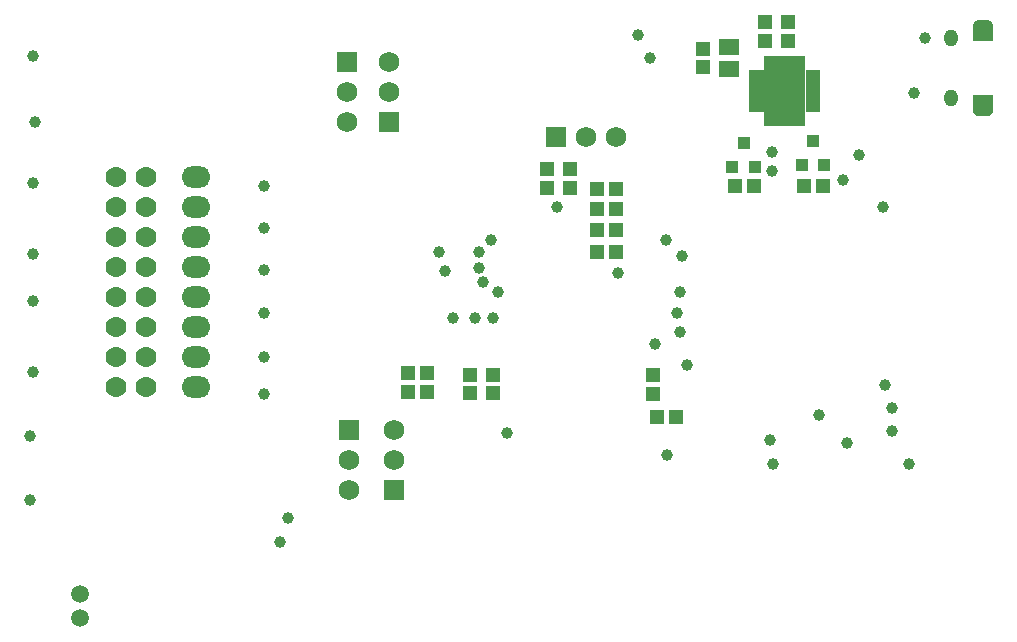
<source format=gbs>
G04*
G04 #@! TF.GenerationSoftware,Altium Limited,Altium Designer,22.11.1 (43)*
G04*
G04 Layer_Color=8388619*
%FSLAX44Y44*%
%MOMM*%
G71*
G04*
G04 #@! TF.SameCoordinates,C851D113-A8C7-42F9-9C4B-FB2C255A0ABB*
G04*
G04*
G04 #@! TF.FilePolarity,Negative*
G04*
G01*
G75*
%ADD46R,1.1532X1.1532*%
%ADD49R,1.1532X1.1532*%
%ADD51R,1.2032X1.1532*%
%ADD61R,1.6532X1.3532*%
%ADD67C,1.5032*%
%ADD68C,1.7532*%
%ADD69R,1.7532X1.7532*%
%ADD70O,1.1532X1.4532*%
%ADD71R,1.7532X1.7532*%
%ADD72C,1.7732*%
%ADD73O,2.4532X1.8032*%
%ADD74C,1.0032*%
%ADD75C,0.7032*%
%ADD100R,1.0032X1.1032*%
%ADD101R,3.5532X3.5532*%
%ADD102R,1.1532X0.5032*%
%ADD103R,0.5032X1.1532*%
G36*
X1021289Y1373331D02*
X1021289D01*
X1021975Y1373274D01*
X1021975D01*
X1022107Y1373254D01*
X1022780Y1373107D01*
X1022780D01*
X1022908Y1373071D01*
X1023557Y1372838D01*
X1023610Y1372814D01*
X1023679Y1372784D01*
X1024291Y1372469D01*
X1024291Y1372469D01*
X1024405Y1372400D01*
X1024971Y1372007D01*
X1024971Y1372007D01*
X1025076Y1371924D01*
X1025585Y1371461D01*
X1025678Y1371365D01*
X1026123Y1370839D01*
X1026123Y1370839D01*
X1026202Y1370732D01*
X1026574Y1370152D01*
X1026639Y1370036D01*
X1026639Y1370036D01*
X1026933Y1369412D01*
X1026981Y1369288D01*
X1027191Y1368632D01*
X1027223Y1368503D01*
X1027346Y1367825D01*
X1027361Y1367693D01*
Y1367693D01*
D01*
X1027377Y1367348D01*
X1027377Y1367324D01*
X1027378Y1367300D01*
Y1355850D01*
X1027370Y1355717D01*
X1027344Y1355587D01*
X1027301Y1355460D01*
X1027242Y1355341D01*
X1027168Y1355230D01*
X1027080Y1355130D01*
X1026980Y1355042D01*
X1026869Y1354968D01*
X1026750Y1354909D01*
X1026624Y1354866D01*
X1026493Y1354841D01*
X1026360Y1354832D01*
X1010860D01*
X1010727Y1354841D01*
X1010596Y1354866D01*
X1010470Y1354909D01*
X1010351Y1354968D01*
X1010240Y1355042D01*
X1010140Y1355130D01*
X1010052Y1355230D01*
X1009978Y1355341D01*
X1009919Y1355460D01*
X1009876Y1355587D01*
X1009851Y1355717D01*
X1009842Y1355850D01*
X1009842Y1367300D01*
X1009843Y1367324D01*
X1009843Y1367348D01*
X1009859Y1367693D01*
X1009873Y1367810D01*
X1009874Y1367825D01*
X1009997Y1368503D01*
X1010029Y1368632D01*
X1010239Y1369288D01*
X1010287Y1369412D01*
X1010581Y1370036D01*
X1010581Y1370036D01*
X1010646Y1370152D01*
X1011018Y1370732D01*
X1011097Y1370839D01*
X1011097Y1370839D01*
X1011542Y1371365D01*
X1011635Y1371461D01*
D01*
X1011635Y1371461D01*
X1012144Y1371924D01*
X1012166Y1371941D01*
X1012249Y1372007D01*
X1012815Y1372400D01*
X1012858Y1372426D01*
X1012929Y1372469D01*
X1013541Y1372784D01*
X1013626Y1372822D01*
X1013663Y1372838D01*
X1014311Y1373071D01*
X1014312Y1373071D01*
X1014411Y1373099D01*
X1014440Y1373107D01*
X1014440D01*
X1015113Y1373254D01*
X1015245Y1373274D01*
X1015245D01*
X1015931Y1373331D01*
X1016064Y1373333D01*
D01*
X1016064D01*
X1016064D01*
X1016384Y1373318D01*
X1020836Y1373318D01*
X1021156Y1373333D01*
X1021289Y1373331D01*
D02*
G37*
G36*
X1026493Y1309759D02*
X1026624Y1309733D01*
X1026750Y1309691D01*
X1026869Y1309632D01*
X1026980Y1309558D01*
X1027080Y1309470D01*
X1027168Y1309370D01*
X1027242Y1309259D01*
X1027301Y1309140D01*
X1027344Y1309014D01*
X1027370Y1308883D01*
X1027378Y1308750D01*
X1027378Y1297300D01*
X1027377Y1297276D01*
X1027377Y1297252D01*
X1027361Y1296908D01*
X1027347Y1296790D01*
X1027346Y1296775D01*
X1027223Y1296097D01*
X1027191Y1295968D01*
X1026981Y1295312D01*
X1026933Y1295188D01*
X1026639Y1294565D01*
X1026639Y1294564D01*
X1026574Y1294448D01*
X1026202Y1293868D01*
X1026123Y1293761D01*
X1026123Y1293761D01*
X1025678Y1293235D01*
X1025585Y1293139D01*
D01*
X1025585Y1293139D01*
X1025076Y1292676D01*
X1025054Y1292659D01*
X1024971Y1292593D01*
X1024405Y1292200D01*
X1024362Y1292174D01*
X1024291Y1292131D01*
X1023679Y1291815D01*
X1023594Y1291779D01*
X1023557Y1291762D01*
X1022909Y1291529D01*
X1022908Y1291529D01*
X1022809Y1291501D01*
X1022780Y1291492D01*
X1022780D01*
X1022107Y1291346D01*
X1021975Y1291326D01*
X1021975D01*
X1021289Y1291269D01*
X1021156Y1291267D01*
D01*
X1021156D01*
X1021156D01*
X1020836Y1291282D01*
X1016384Y1291282D01*
X1016064Y1291267D01*
X1015931Y1291269D01*
X1015931D01*
X1015245Y1291326D01*
X1015245D01*
X1015113Y1291346D01*
X1014440Y1291492D01*
X1014440D01*
X1014312Y1291529D01*
X1013663Y1291762D01*
X1013610Y1291785D01*
X1013541Y1291815D01*
X1012929Y1292131D01*
X1012929Y1292131D01*
X1012815Y1292200D01*
X1012249Y1292593D01*
X1012249Y1292593D01*
X1012144Y1292676D01*
X1011635Y1293139D01*
X1011542Y1293235D01*
X1011097Y1293761D01*
X1011097Y1293761D01*
X1011018Y1293868D01*
X1010646Y1294448D01*
X1010581Y1294564D01*
X1010581Y1294565D01*
X1010287Y1295188D01*
X1010239Y1295312D01*
X1010029Y1295968D01*
X1009997Y1296097D01*
X1009874Y1296775D01*
X1009859Y1296907D01*
Y1296908D01*
D01*
X1009843Y1297251D01*
X1009843Y1297276D01*
X1009842Y1297300D01*
Y1308750D01*
X1009851Y1308883D01*
X1009876Y1309014D01*
X1009919Y1309140D01*
X1009978Y1309259D01*
X1010052Y1309370D01*
X1010140Y1309470D01*
X1010240Y1309558D01*
X1010351Y1309632D01*
X1010470Y1309691D01*
X1010596Y1309733D01*
X1010727Y1309759D01*
X1010860Y1309768D01*
X1026360D01*
X1026493Y1309759D01*
D02*
G37*
D46*
X691860Y1176800D02*
D03*
X707860D02*
D03*
X758932Y1036800D02*
D03*
X742932D02*
D03*
X691610Y1229845D02*
D03*
X707610D02*
D03*
X691860Y1212800D02*
D03*
X707860D02*
D03*
X691610Y1194800D02*
D03*
X707610D02*
D03*
X824865Y1232800D02*
D03*
X808865D02*
D03*
X867360Y1232800D02*
D03*
X883360D02*
D03*
D49*
X738815Y1056600D02*
D03*
Y1072600D02*
D03*
D51*
X603860Y1056800D02*
D03*
Y1072800D02*
D03*
X583860Y1056800D02*
D03*
Y1072800D02*
D03*
X531860Y1058050D02*
D03*
Y1074050D02*
D03*
X547860Y1058050D02*
D03*
Y1074050D02*
D03*
X668905Y1230800D02*
D03*
Y1246800D02*
D03*
X649860Y1230800D02*
D03*
Y1246800D02*
D03*
X833610Y1355550D02*
D03*
Y1371550D02*
D03*
X853860Y1355550D02*
D03*
Y1371550D02*
D03*
X781860Y1332800D02*
D03*
Y1348800D02*
D03*
D61*
X803860Y1331800D02*
D03*
Y1349800D02*
D03*
D67*
X253860Y866800D02*
D03*
Y886800D02*
D03*
D68*
X519860Y1026200D02*
D03*
Y1000800D02*
D03*
X707885Y1274175D02*
D03*
X682485D02*
D03*
X515860Y1337600D02*
D03*
Y1312200D02*
D03*
X479860Y1286800D02*
D03*
Y1312200D02*
D03*
X481860Y975400D02*
D03*
Y1000800D02*
D03*
D69*
X519860Y975400D02*
D03*
X515860Y1286800D02*
D03*
X479860Y1337600D02*
D03*
X481860Y1026200D02*
D03*
D70*
X991610Y1357300D02*
D03*
Y1307300D02*
D03*
D71*
X657085Y1274175D02*
D03*
D72*
X284460Y1061900D02*
D03*
X309860D02*
D03*
X284460Y1087300D02*
D03*
X309860D02*
D03*
X284460Y1112700D02*
D03*
X309860D02*
D03*
X284460Y1138100D02*
D03*
X309860D02*
D03*
X284460Y1163500D02*
D03*
X309860D02*
D03*
X284460Y1188900D02*
D03*
X309860D02*
D03*
X284460Y1214300D02*
D03*
X309860D02*
D03*
X284460Y1239700D02*
D03*
X309860D02*
D03*
D73*
X351860Y1087300D02*
D03*
Y1138100D02*
D03*
Y1163500D02*
D03*
Y1239700D02*
D03*
Y1214300D02*
D03*
Y1188900D02*
D03*
Y1112700D02*
D03*
Y1061900D02*
D03*
D74*
X959860Y1310800D02*
D03*
X933860Y1214800D02*
D03*
X913860Y1258800D02*
D03*
X899860Y1237550D02*
D03*
X955760Y996800D02*
D03*
X838051Y1017080D02*
D03*
X767860Y1080800D02*
D03*
X763860Y1172800D02*
D03*
X840905Y996800D02*
D03*
X761860Y1142800D02*
D03*
X759860Y1124800D02*
D03*
X750932Y1004800D02*
D03*
X761860Y1108800D02*
D03*
X709860Y1158800D02*
D03*
X615360Y1023510D02*
D03*
X740493Y1098600D02*
D03*
X749860Y1186800D02*
D03*
X213860Y1074800D02*
D03*
X211860Y966800D02*
D03*
X429860Y951550D02*
D03*
X423371Y930800D02*
D03*
X591860Y1162800D02*
D03*
X562860Y1160800D02*
D03*
X557860Y1176800D02*
D03*
X409860Y1196800D02*
D03*
Y1232800D02*
D03*
Y1161050D02*
D03*
X591860Y1176800D02*
D03*
X657860Y1214800D02*
D03*
X736860Y1340800D02*
D03*
X588360Y1120800D02*
D03*
X409860Y1124800D02*
D03*
X969860Y1357900D02*
D03*
X839860Y1260800D02*
D03*
X726860Y1360600D02*
D03*
X839860Y1244800D02*
D03*
X941860Y1044800D02*
D03*
X935860Y1063800D02*
D03*
X903860Y1014800D02*
D03*
X879860Y1038800D02*
D03*
X941860Y1024800D02*
D03*
X569860Y1120800D02*
D03*
X211860Y1020800D02*
D03*
X215860Y1286800D02*
D03*
X213860Y1234800D02*
D03*
Y1174800D02*
D03*
Y1342800D02*
D03*
Y1134800D02*
D03*
X601860Y1186800D02*
D03*
X603360Y1120300D02*
D03*
X595201Y1150800D02*
D03*
X607860Y1142800D02*
D03*
X409985Y1087300D02*
D03*
X410110Y1056243D02*
D03*
D75*
X839360Y1301800D02*
D03*
X850360D02*
D03*
X861360D02*
D03*
X839360Y1312800D02*
D03*
X850360D02*
D03*
X861360D02*
D03*
X839360Y1323800D02*
D03*
X850360D02*
D03*
X861360D02*
D03*
D100*
X884360Y1250300D02*
D03*
X865360D02*
D03*
X874860Y1270300D02*
D03*
X825360Y1248800D02*
D03*
X806360D02*
D03*
X815860Y1268800D02*
D03*
D101*
X850360Y1312800D02*
D03*
D102*
X826360Y1297800D02*
D03*
Y1302800D02*
D03*
Y1307800D02*
D03*
Y1312800D02*
D03*
Y1317800D02*
D03*
Y1322800D02*
D03*
Y1327800D02*
D03*
X874360D02*
D03*
Y1322800D02*
D03*
Y1317800D02*
D03*
Y1312800D02*
D03*
Y1307800D02*
D03*
Y1302800D02*
D03*
Y1297800D02*
D03*
D103*
X835360Y1336800D02*
D03*
X840360D02*
D03*
X845360D02*
D03*
X850360D02*
D03*
X855360D02*
D03*
X860360D02*
D03*
X865360D02*
D03*
Y1288800D02*
D03*
X860360D02*
D03*
X855360D02*
D03*
X850360D02*
D03*
X845360D02*
D03*
X840360D02*
D03*
X835360D02*
D03*
M02*

</source>
